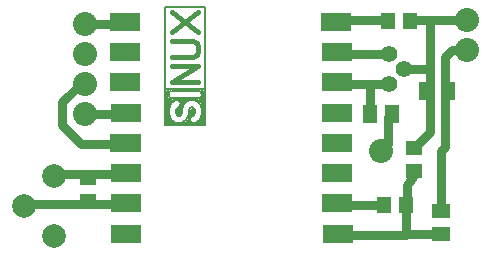
<source format=gbr>
%FSLAX34Y34*%
%MOMM*%
%LNCOPPER_TOP*%
G71*
G01*
%ADD10R, 2.50X1.59*%
%ADD11R, 1.30X1.40*%
%ADD12R, 1.40X1.30*%
%ADD13C, 0.80*%
%ADD14C, 1.40*%
%ADD15C, 2.04*%
%ADD16C, 2.00*%
%ADD17R, 1.60X1.30*%
%ADD18R, 1.30X1.60*%
%ADD19C, 0.40*%
%ADD20C, 0.20*%
%LPD*%
X102394Y-19050D02*
G54D10*
D03*
X102791Y-44847D02*
G54D10*
D03*
X102791Y-70247D02*
G54D10*
D03*
X102791Y-70247D02*
G54D10*
D03*
X103188Y-96044D02*
G54D10*
D03*
X103188Y-121444D02*
G54D10*
D03*
X102791Y-121444D02*
G54D10*
D03*
X103188Y-147241D02*
G54D10*
D03*
X103188Y-172641D02*
G54D10*
D03*
X103188Y-172641D02*
G54D10*
D03*
X103584Y-198438D02*
G54D10*
D03*
X281384Y-19050D02*
G54D10*
D03*
X281781Y-44847D02*
G54D10*
D03*
X281781Y-70247D02*
G54D10*
D03*
X281781Y-70247D02*
G54D10*
D03*
X282178Y-96044D02*
G54D10*
D03*
X282178Y-121444D02*
G54D10*
D03*
X281781Y-121444D02*
G54D10*
D03*
X282178Y-147241D02*
G54D10*
D03*
X282178Y-172641D02*
G54D10*
D03*
X282178Y-172641D02*
G54D10*
D03*
X282575Y-198438D02*
G54D10*
D03*
X321469Y-174228D02*
G54D11*
D03*
X340469Y-174228D02*
G54D11*
D03*
X347241Y-126231D02*
G54D12*
D03*
X347241Y-145231D02*
G54D12*
D03*
G54D13*
X320278Y-173831D02*
X286147Y-173831D01*
G54D13*
X340519Y-173434D02*
X340519Y-199231D01*
X289322Y-199231D01*
X325590Y-46160D02*
G54D14*
D03*
X338288Y-58859D02*
G54D14*
D03*
X325588Y-71559D02*
G54D14*
D03*
G54D13*
X341312Y-176212D02*
X341312Y-157162D01*
X347662Y-147638D01*
X392112Y-17462D02*
G54D15*
D03*
X392110Y-42860D02*
G54D15*
D03*
X41850Y-200465D02*
G54D16*
D03*
X16454Y-175061D02*
G54D16*
D03*
X41854Y-149661D02*
G54D16*
D03*
X344041Y-18257D02*
G54D11*
D03*
X325041Y-18257D02*
G54D11*
D03*
G54D13*
X284162Y-71438D02*
X325438Y-71438D01*
G54D13*
X280988Y-17462D02*
X325438Y-17462D01*
G54D13*
X344488Y-17462D02*
X392112Y-17462D01*
G54D13*
X360362Y-55562D02*
X360362Y-20638D01*
G54D13*
X360362Y-52388D02*
X360362Y-112712D01*
X347662Y-125412D01*
G54D13*
X341312Y-58738D02*
X357188Y-58738D01*
G54D13*
X319088Y-46038D02*
X290512Y-46038D01*
X369862Y-179412D02*
G54D17*
D03*
X369862Y-198412D02*
G54D17*
D03*
G54D13*
X341312Y-198438D02*
X369888Y-198438D01*
G54D13*
X392112Y-42862D02*
X379412Y-42862D01*
X373062Y-49212D01*
X373062Y-125412D01*
X369888Y-128588D01*
X369888Y-176212D01*
G54D13*
X42862Y-147638D02*
X96838Y-147638D01*
X376188Y-77787D02*
G54D18*
D03*
X357188Y-77788D02*
G54D18*
D03*
X328562Y-96837D02*
G54D18*
D03*
X309562Y-96838D02*
G54D18*
D03*
X319090Y-128590D02*
G54D15*
D03*
G54D13*
X309562Y-71438D02*
X309562Y-96838D01*
G54D13*
X325438Y-100012D02*
X325438Y-122238D01*
X319088Y-128588D01*
X71017Y-170631D02*
G54D12*
D03*
X71017Y-151631D02*
G54D12*
D03*
X68462Y-96956D02*
G54D15*
D03*
X68462Y-71556D02*
G54D15*
D03*
X68460Y-46160D02*
G54D15*
D03*
X68462Y-20756D02*
G54D15*
D03*
G54D13*
X68262Y-96838D02*
X96838Y-96838D01*
G54D19*
X164463Y-69794D02*
X142241Y-69794D01*
X164463Y-56460D01*
X142241Y-56461D01*
G54D19*
X142240Y-48694D02*
X160296Y-48694D01*
X163074Y-47027D01*
X164463Y-43694D01*
X164463Y-40361D01*
X163074Y-37027D01*
X160296Y-35360D01*
X142240Y-35360D01*
G54D19*
X142241Y-27594D02*
X164463Y-10927D01*
G54D19*
X164463Y-27594D02*
X142241Y-10927D01*
G54D20*
X136525Y-76200D02*
X136525Y-6350D01*
X169863Y-6350D01*
X169863Y-76200D01*
X136525Y-76200D01*
X136525Y-106363D01*
X169863Y-106363D01*
X169863Y-76200D01*
G54D20*
X157032Y-85250D02*
X154332Y-86850D01*
X152232Y-88250D01*
X150432Y-92550D01*
X150332Y-95950D01*
X149732Y-97950D01*
X148632Y-98650D01*
X147332Y-98650D01*
X146132Y-98150D01*
X145232Y-96250D01*
X145232Y-94150D01*
X146032Y-92050D01*
X148032Y-90950D01*
X149332Y-89550D01*
X149432Y-87650D01*
X148432Y-86050D01*
X147132Y-85350D01*
X145432Y-85450D01*
X141332Y-88050D01*
X139232Y-92850D01*
X139232Y-97150D01*
X141232Y-102050D01*
X145532Y-104650D01*
X150032Y-104650D01*
X154132Y-102250D01*
X156332Y-97350D01*
X156332Y-94050D01*
X157132Y-92150D01*
X158432Y-91350D01*
X159532Y-91350D01*
X160932Y-92350D01*
X161532Y-94250D01*
X161432Y-96250D01*
X160532Y-98150D01*
X157932Y-99650D01*
X157132Y-101550D01*
X157632Y-103050D01*
X158532Y-104250D01*
X159632Y-104650D01*
X161632Y-104450D01*
X165532Y-101950D01*
X167432Y-97250D01*
X167532Y-92750D01*
X165532Y-88450D01*
X161332Y-85350D01*
X159032Y-85350D01*
X157032Y-85350D01*
G54D20*
X142132Y-77550D02*
X165132Y-77550D01*
X166032Y-77950D01*
X167032Y-78950D01*
X167532Y-80150D01*
X167432Y-81450D01*
X166632Y-82650D01*
X165732Y-83450D01*
X164332Y-83650D01*
X142832Y-83650D01*
X140532Y-83150D01*
X139532Y-82050D01*
X139032Y-80450D01*
X139232Y-80250D01*
X139532Y-79050D01*
X140632Y-77850D01*
X141332Y-77750D01*
G54D20*
X139700Y-77788D02*
X138113Y-77788D01*
X138113Y-82550D01*
X138113Y-104775D01*
X143669Y-104775D01*
X144463Y-105569D01*
X142875Y-105569D01*
X140494Y-103188D01*
X139700Y-103188D01*
X139700Y-100806D01*
X138907Y-100013D01*
X138907Y-90488D01*
X139700Y-89694D01*
X139700Y-83344D01*
X140494Y-83344D01*
X141288Y-84138D01*
X141288Y-86519D01*
X142875Y-84931D01*
X144463Y-84931D01*
X154782Y-84931D01*
X155575Y-84138D01*
X154782Y-84138D01*
X152400Y-86519D01*
X150019Y-86519D01*
X150019Y-87313D01*
X150813Y-88106D01*
X150813Y-89694D01*
X149225Y-91281D01*
X149225Y-96044D01*
X148432Y-96838D01*
X146844Y-96838D01*
X146844Y-93663D01*
X147638Y-92869D01*
X147638Y-96044D01*
G54D20*
X166688Y-77788D02*
X168275Y-77788D01*
X168275Y-104775D01*
X163513Y-104775D01*
X162719Y-105569D01*
X163513Y-105569D01*
X165894Y-103188D01*
X166688Y-103188D01*
X166688Y-101600D01*
X166688Y-100013D01*
X167482Y-99219D01*
X167482Y-88900D01*
X167482Y-84138D01*
X166688Y-84138D01*
X165894Y-84931D01*
X165894Y-86519D01*
X166688Y-87313D01*
X165100Y-87313D01*
X162719Y-84931D01*
X164306Y-84931D01*
G54D20*
X150813Y-104775D02*
X157957Y-104775D01*
X157163Y-104775D01*
X156369Y-103981D01*
X153988Y-103981D01*
X154782Y-103981D01*
X156369Y-102394D01*
X156369Y-100013D01*
X157163Y-99219D01*
X157163Y-94456D01*
X157956Y-93663D01*
X157957Y-97631D01*
X159544Y-97631D01*
X159544Y-93663D01*
X158750Y-92869D01*
G54D20*
X147638Y-93663D02*
X147638Y-92869D01*
X149225Y-91281D01*
X150019Y-91281D01*
X150813Y-90488D01*
X150813Y-87313D01*
X150019Y-86519D01*
G54D20*
X138906Y-83344D02*
X138907Y-85725D01*
X140494Y-87313D01*
G54D13*
X106362Y-122238D02*
X65088Y-122238D01*
X49212Y-106362D01*
X49212Y-87312D01*
X65088Y-71438D01*
X71438Y-71438D01*
G54D13*
X17462Y-173038D02*
X103188Y-173038D01*
G54D13*
X68262Y-20638D02*
X100012Y-20638D01*
M02*

</source>
